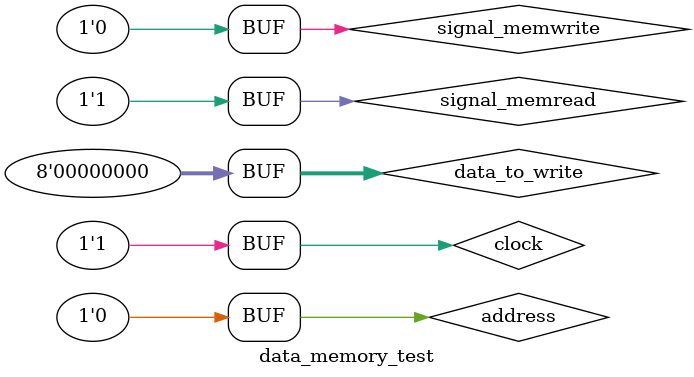
<source format=v>
`timescale 1ns / 1ps

module data_memory_test;

	// Inputs
	reg signal_memread;
	reg signal_memwrite;
	reg address;
	reg [7:0] data_to_write;
	reg clock;

	// Outputs
	wire [7:0] data_out;

	// Instantiate the Unit Under Test (UUT)
	data_memory uut (
		.signal_memread(signal_memread), 
		.signal_memwrite(signal_memwrite), 
		.address(address), 
		.data_to_write(data_to_write), 
		.clock(clock), 
		.data_out(data_out)
	);

	initial begin
		// Initialize Inputs
		signal_memread = 0;
		signal_memwrite = 0;
		address = 0;
		data_to_write = 0;
		clock = 0;
		#100;
        
		signal_memread = 0;
		signal_memwrite = 1;
		address = 8'b00000000;
		data_to_write = 8'b00001111;
		clock = 1;
		#100;

		signal_memread = 0;
		signal_memwrite = 0;
		address = 0;
		data_to_write = 0;
		clock = 0;
		#100;
        
		signal_memread = 1;
		signal_memwrite = 0;
		address = 8'b00000000;
		data_to_write = 8'b00000000;
		clock = 1;
		#100;

	end
      
endmodule


</source>
